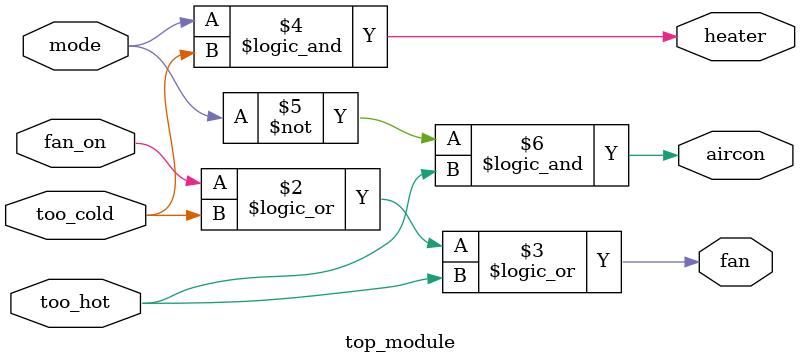
<source format=sv>
module top_module(
    input mode,
    input too_cold, 
    input too_hot,
    input fan_on,
    output reg heater,
    output reg aircon,
    output reg fan
);

always @(*) begin
    // Control the fan
    fan = fan_on || too_cold || too_hot;

    // Control the heater
    heater = mode && too_cold;

    // Control the air conditioner
    aircon = mode == 0 && too_hot;
end

endmodule

</source>
